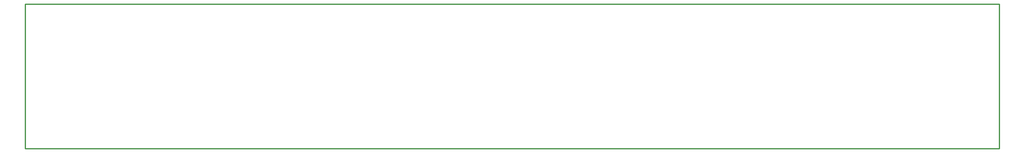
<source format=gko>
G04 Layer: BoardOutlineLayer*
G04 EasyEDA Pro v2.2.40.8, 2025-09-13 20:07:49*
G04 Gerber Generator version 0.3*
G04 Scale: 100 percent, Rotated: No, Reflected: No*
G04 Dimensions in millimeters*
G04 Leading zeros omitted, absolute positions, 4 integers and 5 decimals*
G04 Generated by one-click*
%FSLAX45Y45*%
%MOMM*%
%ADD10C,0.254*%
%ADD11C,0.3803*%
G75*


G04 Rect Start*
G54D10*
G01X38100Y1193800D02*
G01X38100Y4216400D01*
G01X20358100Y4216400D01*
G01X20358100Y1193800D01*
G01X38100Y1193800D01*
G04 Rect End*

M02*


</source>
